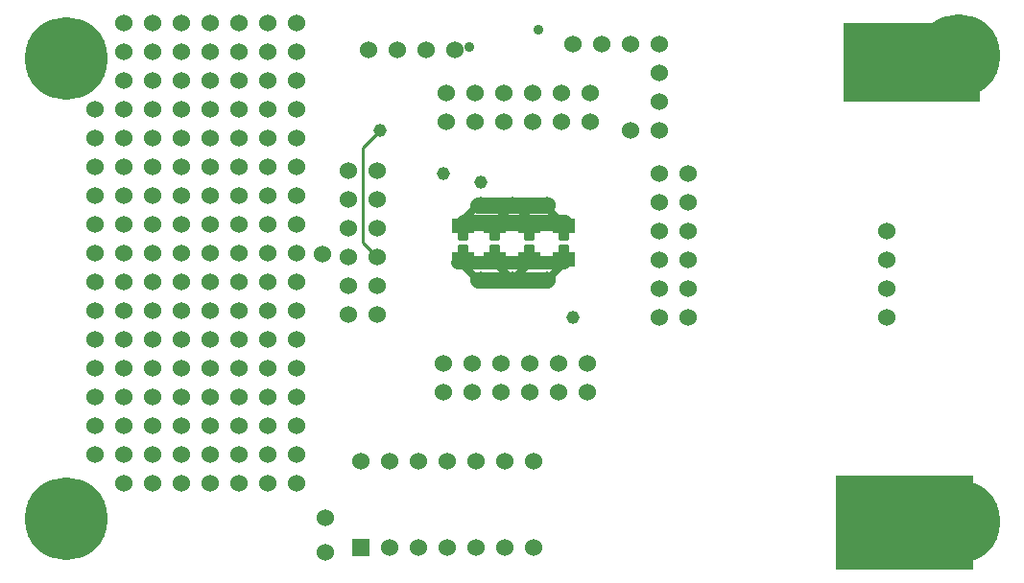
<source format=gbl>
G04 start of page 5 for group 5 idx 5 *
G04 Title: (unknown), bottom *
G04 Creator: pcb 4.2.0 *
G04 CreationDate: Mon May  4 13:26:18 2020 UTC *
G04 For: xpi *
G04 Format: Gerber/RS-274X *
G04 PCB-Dimensions (mil): 3500.00 2000.00 *
G04 PCB-Coordinate-Origin: lower left *
%MOIN*%
%FSLAX25Y25*%
%LNBOTTOM*%
%ADD67C,0.0197*%
%ADD66C,0.1535*%
%ADD65C,0.0200*%
%ADD64C,0.0280*%
%ADD63C,0.0360*%
%ADD62C,0.0460*%
%ADD61C,0.0600*%
%ADD60C,0.0669*%
%ADD59C,0.2874*%
%ADD58C,0.0100*%
%ADD57C,0.0350*%
%ADD56C,0.0450*%
%ADD55C,0.0250*%
%ADD54C,0.0550*%
%ADD53C,0.0001*%
G54D53*G36*
X337500Y165000D02*X290000D01*
Y192500D01*
X337500D01*
Y165000D01*
G37*
G36*
X335000Y2500D02*X287500D01*
Y35000D01*
X335000D01*
Y2500D01*
G37*
G54D54*X158000Y123000D02*X193000D01*
G54D55*X186000Y129000D02*X192000Y123000D01*
X181000D02*Y124000D01*
X176000Y129000D01*
X175000D02*X169000Y123000D01*
G54D56*X193000Y109000D02*X156000D01*
G54D55*X158000D02*Y108000D01*
G54D57*X193000Y109000D02*X181000D01*
G54D58*X128000Y110000D02*X126000D01*
X128000D02*Y111000D01*
X123000Y116000D01*
G54D55*X158000Y124000D02*X163000Y129000D01*
G54D54*X186000D01*
G54D55*X176000D02*X175000D01*
G54D58*X123000Y116000D02*Y149000D01*
X129000Y155000D01*
G54D55*X158000Y108000D02*X163000Y103000D01*
G54D54*X187000D01*
G54D55*X193000Y109000D01*
X181000D02*X175000Y103000D01*
X169000Y109000D01*
G54D59*X330000Y19000D03*
G54D60*Y7977D03*
X320453Y13489D03*
Y24511D03*
X330000Y30023D03*
X339547Y13489D03*
Y24511D03*
X20000Y191023D03*
X29547Y174489D03*
Y185511D03*
G54D59*X20000Y180000D03*
G54D60*Y168977D03*
X10453Y174489D03*
Y185511D03*
G54D59*X330000Y181000D03*
G54D60*Y169977D03*
X320453Y175489D03*
Y186511D03*
X330000Y192023D03*
X339547Y175489D03*
Y186511D03*
G54D59*X20000Y20000D03*
G54D60*Y8977D03*
X10453Y14489D03*
Y25511D03*
X20000Y31023D03*
X29547Y14489D03*
Y25511D03*
G54D53*G36*
X119500Y13000D02*Y7000D01*
X125500D01*
Y13000D01*
X119500D01*
G37*
G54D61*X132500Y10000D03*
X142500D03*
X152500D03*
X162500D03*
X172500D03*
X182500D03*
Y40000D03*
X172500D03*
X162500D03*
X152500D03*
X142500D03*
X132500D03*
X122500D03*
G54D53*G36*
X191623Y118558D02*Y116590D01*
X194377D01*
Y118558D01*
X191623D01*
G37*
G36*
Y115410D02*Y113442D01*
X194377D01*
Y115410D01*
X191623D01*
G37*
G36*
X191032Y120035D02*Y117083D01*
X194968D01*
Y120035D01*
X191032D01*
G37*
G36*
Y114917D02*Y111965D01*
X194968D01*
Y114917D01*
X191032D01*
G37*
G36*
X189260Y124464D02*Y119346D01*
X196740D01*
Y124464D01*
X189260D01*
G37*
G36*
Y112654D02*Y107536D01*
X196740D01*
Y112654D01*
X189260D01*
G37*
G36*
X179623Y118558D02*Y116590D01*
X182377D01*
Y118558D01*
X179623D01*
G37*
G36*
Y115410D02*Y113442D01*
X182377D01*
Y115410D01*
X179623D01*
G37*
G36*
X179032Y120035D02*Y117083D01*
X182968D01*
Y120035D01*
X179032D01*
G37*
G36*
Y114917D02*Y111965D01*
X182968D01*
Y114917D01*
X179032D01*
G37*
G36*
X177260Y124464D02*Y119346D01*
X184740D01*
Y124464D01*
X177260D01*
G37*
G36*
Y112654D02*Y107536D01*
X184740D01*
Y112654D01*
X177260D01*
G37*
G36*
X167623Y118558D02*Y116590D01*
X170377D01*
Y118558D01*
X167623D01*
G37*
G36*
X156623D02*Y116590D01*
X159377D01*
Y118558D01*
X156623D01*
G37*
G36*
X156032Y120035D02*Y117083D01*
X159968D01*
Y120035D01*
X156032D01*
G37*
G36*
X154260Y124464D02*Y119346D01*
X161740D01*
Y124464D01*
X154260D01*
G37*
G36*
X167623Y115410D02*Y113442D01*
X170377D01*
Y115410D01*
X167623D01*
G37*
G36*
X156623D02*Y113442D01*
X159377D01*
Y115410D01*
X156623D01*
G37*
G36*
X156032Y114917D02*Y111965D01*
X159968D01*
Y114917D01*
X156032D01*
G37*
G36*
X154260Y112654D02*Y107536D01*
X161740D01*
Y112654D01*
X154260D01*
G37*
G36*
X167032Y120035D02*Y117083D01*
X170968D01*
Y120035D01*
X167032D01*
G37*
G36*
X165260Y124464D02*Y119346D01*
X172740D01*
Y124464D01*
X165260D01*
G37*
G36*
X167032Y114917D02*Y111965D01*
X170968D01*
Y114917D01*
X167032D01*
G37*
G36*
X165260Y112654D02*Y107536D01*
X172740D01*
Y112654D01*
X165260D01*
G37*
G54D61*X128000Y111000D03*
X236000Y110000D03*
X118000Y111000D03*
X128000Y101000D03*
X118000D03*
X236000Y100000D03*
X164000Y103000D03*
X175000D03*
X187000D03*
X128000Y91000D03*
X118000D03*
X236000Y90000D03*
G54D62*X196000D03*
G54D61*X171000Y74000D03*
X201000D03*
X191000D03*
X181000D03*
X171000Y64000D03*
X161000D03*
X151000D03*
X201000D03*
X191000D03*
X181000D03*
X161000Y74000D03*
X151000D03*
X100000Y72500D03*
Y62500D03*
Y52500D03*
Y42500D03*
Y32500D03*
X90000D03*
X110000Y20500D03*
Y8500D03*
X90000Y52500D03*
Y42500D03*
X80000Y82500D03*
Y72500D03*
Y62500D03*
Y52500D03*
Y42500D03*
Y32500D03*
X305000Y110000D03*
Y100000D03*
Y90000D03*
Y120000D03*
X236000Y140000D03*
Y130000D03*
Y120000D03*
X226000Y140000D03*
Y130000D03*
Y120000D03*
Y110000D03*
Y100000D03*
Y90000D03*
X172000Y168000D03*
Y158000D03*
X162000Y168000D03*
Y158000D03*
X192000Y168000D03*
X182000D03*
X187000Y129000D03*
X175000D03*
X164000D03*
G54D62*Y137000D03*
G54D61*X152000Y168000D03*
Y158000D03*
G54D62*X151000Y140000D03*
G54D63*X160000Y184000D03*
G54D61*X155000Y183000D03*
X145000D03*
X202000Y168000D03*
G54D63*X184000Y190000D03*
G54D61*X206000Y185000D03*
X196000D03*
X202000Y158000D03*
X192000D03*
X182000D03*
X216000Y155000D03*
X226000Y185000D03*
Y175000D03*
Y165000D03*
Y155000D03*
X216000Y185000D03*
X128000Y141000D03*
Y131000D03*
Y121000D03*
X118000Y141000D03*
Y131000D03*
Y121000D03*
G54D62*X129000Y155000D03*
G54D61*X135000Y183000D03*
X125000D03*
X100000Y182500D03*
X90000D03*
X100000Y172500D03*
X90000D03*
Y162500D03*
X80000Y182500D03*
Y172500D03*
Y162500D03*
X100000Y192500D03*
X90000D03*
X80000D03*
X100000Y162500D03*
Y152500D03*
Y142500D03*
Y132500D03*
Y122500D03*
Y112500D03*
X90000Y152500D03*
Y142500D03*
Y132500D03*
Y122500D03*
X80000Y152500D03*
Y142500D03*
Y132500D03*
Y122500D03*
X109000Y112000D03*
X90000Y112500D03*
Y102500D03*
Y92500D03*
Y82500D03*
Y72500D03*
Y62500D03*
X80000Y112500D03*
Y102500D03*
Y92500D03*
X100000Y102500D03*
Y92500D03*
Y82500D03*
X50000Y112500D03*
Y102500D03*
Y92500D03*
Y82500D03*
Y72500D03*
Y62500D03*
X40000Y112500D03*
Y102500D03*
Y92500D03*
X60000Y102500D03*
Y92500D03*
Y82500D03*
Y72500D03*
Y62500D03*
Y52500D03*
Y42500D03*
Y32500D03*
X50000D03*
Y52500D03*
Y42500D03*
X40000Y82500D03*
Y72500D03*
Y62500D03*
Y52500D03*
Y42500D03*
Y32500D03*
X70000Y162500D03*
Y152500D03*
Y142500D03*
Y132500D03*
Y122500D03*
Y112500D03*
Y102500D03*
Y92500D03*
Y82500D03*
Y72500D03*
Y62500D03*
Y52500D03*
Y42500D03*
Y32500D03*
X60000Y182500D03*
X50000D03*
X60000Y172500D03*
X50000D03*
Y162500D03*
X40000Y182500D03*
Y172500D03*
Y162500D03*
Y192500D03*
X70000Y182500D03*
Y192500D03*
Y172500D03*
X60000Y192500D03*
X50000D03*
X60000Y162500D03*
Y152500D03*
Y142500D03*
Y132500D03*
Y122500D03*
Y112500D03*
X50000Y152500D03*
Y142500D03*
Y132500D03*
Y122500D03*
X40000Y152500D03*
Y142500D03*
Y132500D03*
Y122500D03*
X30000Y162500D03*
Y152500D03*
Y142500D03*
Y132500D03*
Y122500D03*
Y112500D03*
Y102500D03*
Y92500D03*
Y82500D03*
Y72500D03*
Y62500D03*
Y52500D03*
Y42500D03*
G54D64*G54D57*G54D64*G54D65*G54D64*G54D57*G54D65*G54D64*G54D65*G54D64*G54D65*G54D64*G54D65*G54D64*G54D66*G54D67*G54D66*G54D67*G54D66*G54D67*G54D66*G54D67*G54D64*M02*

</source>
